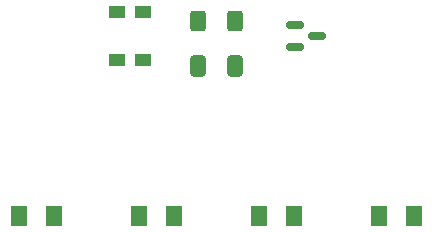
<source format=gbr>
%TF.GenerationSoftware,KiCad,Pcbnew,6.0.9+dfsg-1*%
%TF.CreationDate,2022-11-28T19:22:20-06:00*%
%TF.ProjectId,base,62617365-2e6b-4696-9361-645f70636258,A*%
%TF.SameCoordinates,Original*%
%TF.FileFunction,Paste,Top*%
%TF.FilePolarity,Positive*%
%FSLAX46Y46*%
G04 Gerber Fmt 4.6, Leading zero omitted, Abs format (unit mm)*
G04 Created by KiCad (PCBNEW 6.0.9+dfsg-1) date 2022-11-28 19:22:20*
%MOMM*%
%LPD*%
G01*
G04 APERTURE LIST*
G04 Aperture macros list*
%AMRoundRect*
0 Rectangle with rounded corners*
0 $1 Rounding radius*
0 $2 $3 $4 $5 $6 $7 $8 $9 X,Y pos of 4 corners*
0 Add a 4 corners polygon primitive as box body*
4,1,4,$2,$3,$4,$5,$6,$7,$8,$9,$2,$3,0*
0 Add four circle primitives for the rounded corners*
1,1,$1+$1,$2,$3*
1,1,$1+$1,$4,$5*
1,1,$1+$1,$6,$7*
1,1,$1+$1,$8,$9*
0 Add four rect primitives between the rounded corners*
20,1,$1+$1,$2,$3,$4,$5,0*
20,1,$1+$1,$4,$5,$6,$7,0*
20,1,$1+$1,$6,$7,$8,$9,0*
20,1,$1+$1,$8,$9,$2,$3,0*%
G04 Aperture macros list end*
%ADD10RoundRect,0.250001X-0.462499X-0.624999X0.462499X-0.624999X0.462499X0.624999X-0.462499X0.624999X0*%
%ADD11RoundRect,0.250000X-0.412500X-0.650000X0.412500X-0.650000X0.412500X0.650000X-0.412500X0.650000X0*%
%ADD12RoundRect,0.250000X-0.400000X-0.625000X0.400000X-0.625000X0.400000X0.625000X-0.400000X0.625000X0*%
%ADD13R,1.350000X1.100000*%
%ADD14RoundRect,0.150000X-0.587500X-0.150000X0.587500X-0.150000X0.587500X0.150000X-0.587500X0.150000X0*%
G04 APERTURE END LIST*
D10*
%TO.C,D4*%
X140752500Y-76200000D03*
X143727500Y-76200000D03*
%TD*%
%TO.C,D3*%
X130592500Y-76200000D03*
X133567500Y-76200000D03*
%TD*%
%TO.C,D2*%
X120432500Y-76200000D03*
X123407500Y-76200000D03*
%TD*%
%TO.C,D1*%
X110272500Y-76200000D03*
X113247500Y-76200000D03*
%TD*%
D11*
%TO.C,C1*%
X125437500Y-63500000D03*
X128562500Y-63500000D03*
%TD*%
D12*
%TO.C,R1*%
X125450000Y-59690000D03*
X128550000Y-59690000D03*
%TD*%
D13*
%TO.C,L1*%
X118563750Y-58910000D03*
X118563750Y-63010000D03*
X120813750Y-63010000D03*
X120813750Y-58910000D03*
%TD*%
D14*
%TO.C,Q1*%
X133682500Y-60010000D03*
X133682500Y-61910000D03*
X135557500Y-60960000D03*
%TD*%
M02*

</source>
